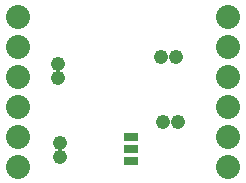
<source format=gbs>
G75*
%MOIN*%
%OFA0B0*%
%FSLAX24Y24*%
%IPPOS*%
%LPD*%
%AMOC8*
5,1,8,0,0,1.08239X$1,22.5*
%
%ADD10C,0.0800*%
%ADD11C,0.0476*%
%ADD12R,0.0460X0.0310*%
D10*
X001772Y001024D03*
X001772Y002024D03*
X001772Y003024D03*
X001772Y004024D03*
X001772Y005024D03*
X001772Y006024D03*
X008772Y006024D03*
X008772Y005024D03*
X008772Y004024D03*
X008772Y003024D03*
X008772Y002024D03*
X008772Y001024D03*
D11*
X007103Y002524D03*
X006611Y002524D03*
X006556Y004666D03*
X007048Y004666D03*
X003126Y004457D03*
X003126Y003965D03*
X003189Y001823D03*
X003189Y001331D03*
D12*
X005556Y001206D03*
X005556Y001627D03*
X005556Y002027D03*
M02*

</source>
